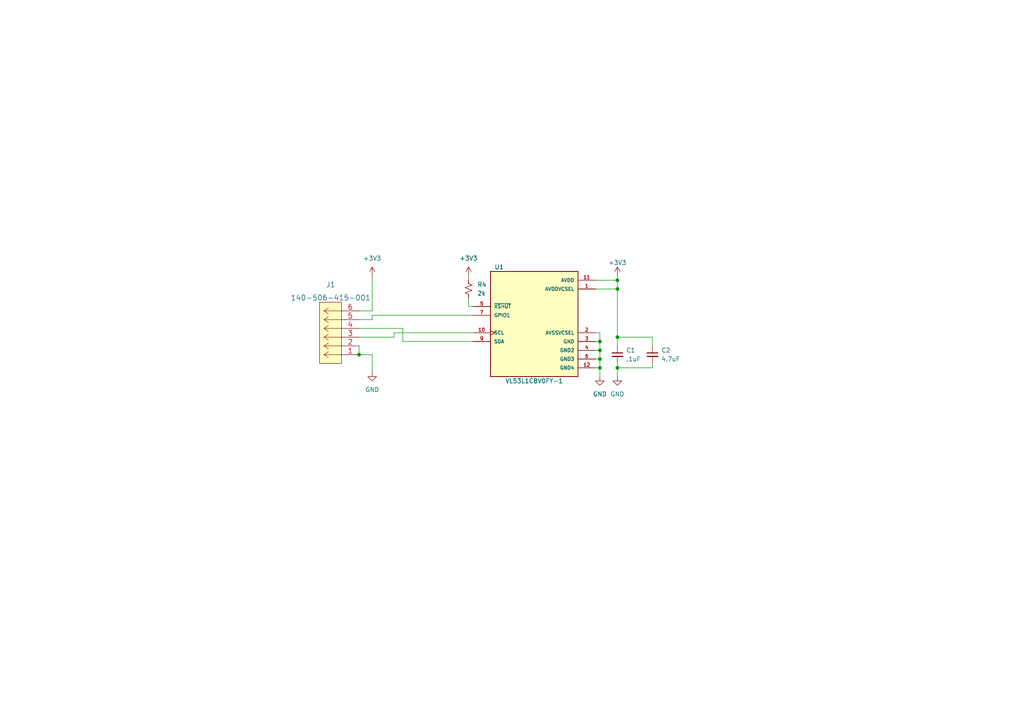
<source format=kicad_sch>
(kicad_sch (version 20211123) (generator eeschema)
  (paper "A4")
  (lib_symbols
    (symbol "Device:C_Small" (pin_numbers hide) (pin_names (offset 0.254) hide)
      (property "Reference" "C" (at 0.254 1.778 0))
      (property "Value" "C_Small" (at 0.254 -2.032 0))
      (symbol "C_Small_0_1"
        (polyline (pts (xy -1.524 -0.508) (xy 1.524 -0.508)) (stroke (width 0.3302)))
        (polyline (pts (xy -1.524 0.508) (xy 1.524 0.508)) (stroke (width 0.3048)))
      )
      (symbol "C_Small_1_1"
        (pin passive line (at 0 2.54 270) (length 2.032) (name "~") (number "1"))
        (pin passive line (at 0 -2.54 90) (length 2.032) (name "~") (number "2"))
      )
    )
    (symbol "Device:R_Small_US" (pin_numbers hide) (pin_names (offset 0.254) hide)
      (property "Reference" "R" (at 0.762 0.508 0))
      (property "Value" "R_Small_US" (at 0.762 -1.016 0))
      (symbol "R_Small_US_1_1"
        (polyline (pts (xy 0 0) (xy 1.016 -0.381) (xy 0 -0.762) (xy -1.016 -1.143) (xy 0 -1.524)))
        (polyline (pts (xy 0 1.524) (xy 1.016 1.143) (xy 0 0.762) (xy -1.016 0.381) (xy 0 0)))
        (pin passive line (at 0 2.54 270) (length 1.016) (name "~") (number "1"))
        (pin passive line (at 0 -2.54 90) (length 1.016) (name "~") (number "2"))
      )
    )
    (symbol "KiCad_Cust:140-506-415-001" (pin_names (offset 0.254) hide)
      (property "Reference" "J" (at 6.35 3.81 0))
      (property "Value" "140-506-415-001" (at 8.89 -16.51 0))
      (symbol "140-506-415-001_0_1"
        (rectangle (start 5.08 2.54) (end 11.43 -15.24) (fill (type background)))
      )
      (symbol "140-506-415-001_1_1"
        (polyline (pts (xy 10.16 -12.7) (xy 5.08 -12.7)) (stroke (width 0.127)))
        (polyline (pts (xy 10.16 -12.7) (xy 8.89 -13.5382)) (stroke (width 0.127)))
        (polyline (pts (xy 10.16 -12.7) (xy 8.89 -11.8618)) (stroke (width 0.127)))
        (polyline (pts (xy 10.16 -10.16) (xy 5.08 -10.16)) (stroke (width 0.127)))
        (polyline (pts (xy 10.16 -10.16) (xy 8.89 -10.9982)) (stroke (width 0.127)))
        (polyline (pts (xy 10.16 -10.16) (xy 8.89 -9.3218)) (stroke (width 0.127)))
        (polyline (pts (xy 10.16 -7.62) (xy 5.08 -7.62)) (stroke (width 0.127)))
        (polyline (pts (xy 10.16 -7.62) (xy 8.89 -8.4582)) (stroke (width 0.127)))
        (polyline (pts (xy 10.16 -7.62) (xy 8.89 -6.7818)) (stroke (width 0.127)))
        (polyline (pts (xy 10.16 -5.08) (xy 5.08 -5.08)) (stroke (width 0.127)))
        (polyline (pts (xy 10.16 -5.08) (xy 8.89 -5.9182)) (stroke (width 0.127)))
        (polyline (pts (xy 10.16 -5.08) (xy 8.89 -4.2418)) (stroke (width 0.127)))
        (polyline (pts (xy 10.16 -2.54) (xy 5.08 -2.54)) (stroke (width 0.127)))
        (polyline (pts (xy 10.16 -2.54) (xy 8.89 -3.3782)) (stroke (width 0.127)))
        (polyline (pts (xy 10.16 -2.54) (xy 8.89 -1.7018)) (stroke (width 0.127)))
        (polyline (pts (xy 10.16 0) (xy 5.08 0)) (stroke (width 0.127)))
        (polyline (pts (xy 10.16 0) (xy 8.89 -0.8382)) (stroke (width 0.127)))
        (polyline (pts (xy 10.16 0) (xy 8.89 0.8382)) (stroke (width 0.127)))
        (pin unspecified line (at 0 0 0) (length 5.08) (name "1") (number "1"))
        (pin unspecified line (at 0 -2.54 0) (length 5.08) (name "2") (number "2"))
        (pin unspecified line (at 0 -5.08 0) (length 5.08) (name "3") (number "3"))
        (pin unspecified line (at 0 -7.62 0) (length 5.08) (name "4") (number "4"))
        (pin unspecified line (at 0 -10.16 0) (length 5.08) (name "5") (number "5"))
        (pin unspecified line (at 0 -12.7 0) (length 5.08) (name "6") (number "6"))
      )
    )
    (symbol "KiCad_Cust:VL53L1CBV0FY-1" (pin_names (offset 1.016))
      (property "Reference" "U" (at -13.208 16.002 0))
      (property "Value" "VL53L1CBV0FY-1" (at -13.081 -18.796 0))
      (symbol "VL53L1CBV0FY-1_0_0"
        (rectangle (start -12.7 -15.24) (end 12.7 15.24) (stroke (width 0.254)) (fill (type background)))
        (pin power_in line (at 17.78 10.16 180) (length 5.08) (name "AVDDVCSEL") (number "1"))
        (pin input clock (at -17.78 -2.54 0) (length 5.08) (name "SCL") (number "10"))
        (pin power_in line (at 17.78 12.7 180) (length 5.08) (name "AVDD") (number "11"))
        (pin power_in line (at 17.78 -12.7 180) (length 5.08) (name "GND4") (number "12"))
        (pin power_in line (at 17.78 -2.54 180) (length 5.08) (name "AVSSVCSEL") (number "2"))
        (pin power_in line (at 17.78 -5.08 180) (length 5.08) (name "GND") (number "3"))
        (pin power_in line (at 17.78 -7.62 180) (length 5.08) (name "GND2") (number "4"))
        (pin input line (at -17.78 5.08 0) (length 5.08) (name "~{XSHUT}") (number "5"))
        (pin power_in line (at 17.78 -10.16 180) (length 5.08) (name "GND3") (number "6"))
        (pin output line (at -17.78 2.54 0) (length 5.08) (name "GPIO1") (number "7"))
        (pin no_connect line (at -15.24 -10.16 0) (length 2.54) hide (name "DNC") (number "8"))
        (pin bidirectional line (at -17.78 -5.08 0) (length 5.08) (name "SDA") (number "9"))
      )
    )
    (symbol "power:+3.3V" (power) (pin_names (offset 0))
      (property "Value" "+3.3V" (at 0 3.556 0))
      (symbol "+3.3V_0_1"
        (polyline (pts (xy -0.762 1.27) (xy 0 2.54)))
        (polyline (pts (xy 0 0) (xy 0 2.54)))
        (polyline (pts (xy 0 2.54) (xy 0.762 1.27)))
      )
      (symbol "+3.3V_1_1"
        (pin power_in line (at 0 0 90) (length 0) hide (name "+3V3") (number "1"))
      )
    )
    (symbol "power:GND" (power) (pin_names (offset 0))
      (property "Value" "GND" (at 0 -3.81 0))
      (symbol "GND_0_1"
        (polyline (pts (xy 0 0) (xy 0 -1.27) (xy 1.27 -1.27) (xy 0 -2.54) (xy -1.27 -1.27) (xy 0 -1.27)))
      )
      (symbol "GND_1_1"
        (pin power_in line (at 0 0 270) (length 0) hide (name "GND") (number "1"))
      )
    )
  )
  (junction (at 179.07 97.79))
  (junction (at 173.99 104.14))
  (junction (at 179.07 83.82))
  (junction (at 173.99 106.68))
  (junction (at 173.99 101.6))
  (junction (at 173.99 99.06))
  (junction (at 104.14 102.87))
  (junction (at 179.07 81.28))
  (junction (at 179.07 106.68))
  (wire (pts (xy 189.23 105.41) (xy 189.23 106.68)))
  (wire (pts (xy 114.3 97.79) (xy 104.14 97.79)))
  (wire (pts (xy 137.16 96.52) (xy 114.3 96.52)))
  (wire (pts (xy 179.07 97.79) (xy 179.07 100.33)))
  (wire (pts (xy 135.89 86.36) (xy 135.89 88.9)))
  (wire (pts (xy 114.3 96.52) (xy 114.3 97.79)))
  (wire (pts (xy 104.14 100.33) (xy 104.14 102.87)))
  (wire (pts (xy 179.07 105.41) (xy 179.07 106.68)))
  (wire (pts (xy 137.16 99.06) (xy 116.84 99.06)))
  (wire (pts (xy 107.95 90.17) (xy 104.14 90.17)))
  (wire (pts (xy 172.72 101.6) (xy 173.99 101.6)))
  (wire (pts (xy 189.23 97.79) (xy 189.23 100.33)))
  (wire (pts (xy 104.14 102.87) (xy 107.95 102.87)))
  (wire (pts (xy 107.95 102.87) (xy 107.95 107.95)))
  (wire (pts (xy 116.84 99.06) (xy 116.84 95.25)))
  (wire (pts (xy 107.95 80.01) (xy 107.95 90.17)))
  (wire (pts (xy 172.72 96.52) (xy 173.99 96.52)))
  (wire (pts (xy 179.07 97.79) (xy 189.23 97.79)))
  (wire (pts (xy 189.23 106.68) (xy 179.07 106.68)))
  (wire (pts (xy 179.07 80.01) (xy 179.07 81.28)))
  (wire (pts (xy 173.99 96.52) (xy 173.99 99.06)))
  (wire (pts (xy 172.72 104.14) (xy 173.99 104.14)))
  (wire (pts (xy 179.07 81.28) (xy 179.07 83.82)))
  (wire (pts (xy 173.99 106.68) (xy 173.99 104.14)))
  (wire (pts (xy 135.89 88.9) (xy 137.16 88.9)))
  (wire (pts (xy 172.72 83.82) (xy 179.07 83.82)))
  (wire (pts (xy 104.14 95.25) (xy 116.84 95.25)))
  (wire (pts (xy 172.72 81.28) (xy 179.07 81.28)))
  (wire (pts (xy 172.72 106.68) (xy 173.99 106.68)))
  (wire (pts (xy 107.95 91.44) (xy 107.95 92.71)))
  (wire (pts (xy 173.99 99.06) (xy 172.72 99.06)))
  (wire (pts (xy 107.95 91.44) (xy 137.16 91.44)))
  (wire (pts (xy 173.99 101.6) (xy 173.99 99.06)))
  (wire (pts (xy 179.07 106.68) (xy 179.07 109.22)))
  (wire (pts (xy 173.99 109.22) (xy 173.99 106.68)))
  (wire (pts (xy 173.99 104.14) (xy 173.99 101.6)))
  (wire (pts (xy 179.07 83.82) (xy 179.07 97.79)))
  (wire (pts (xy 135.89 80.01) (xy 135.89 81.28)))
  (wire (pts (xy 107.95 92.71) (xy 104.14 92.71)))
  (symbol (lib_id "Device:C_Small") (at 189.23 102.87 0) (unit 1)
    (property "Reference" "C2" (at 191.77 101.6062 0) (effects (justify left)))
    (property "Value" "4.7uF" (at 191.77 104.1462 0) (effects (justify left)))
    (property "Footprint" "Resistor_SMD:R_0805_2012Metric" (effects hide))
  )
  (symbol (lib_id "Device:C_Small") (at 179.07 102.87 0) (unit 1)
    (property "Reference" "C1" (at 181.61 101.6062 0) (effects (justify left)))
    (property "Value" ".1uF" (at 181.61 104.1462 0) (effects (justify left)))
    (property "Footprint" "Resistor_SMD:R_0805_2012Metric" (effects hide))
  )
  (symbol (lib_id "power:+3.3V") (at 179.07 80.01 0) (unit 1)
    (property "Reference" "#PWR06" (effects hide))
    (property "Value" "+3.3V" (at 179.07 76.2 0))
  )
  (symbol (lib_id "KiCad_Cust:140-506-415-001") (at 104.14 102.87 180) (unit 1)
    (property "Reference" "J1" (at 95.9167 82.55 0) (effects (font (size 1.524 1.524))))
    (property "Value" "140-506-415-001" (at 95.9167 86.36 0) (effects (font (size 1.524 1.524))))
    (property "Footprint" "KiCad_Cust:140-506-415-001" (effects hide))
    (property "Datasheet" "https://files.edac.net/edac/content/series/og/English/EDAC%20140%20Series%20Standard%20(non%20WP)%20W-WW-B%20English%20Ordering%20Guide.pdf" (effects hide))
    (property "Mates with" "140-506-210-011" (effects hide))
    (property "Crimp Connectors" "140-941-290" (effects hide))
  )
  (symbol (lib_id "power:GND") (at 107.95 107.95 0) (unit 1)
    (property "Reference" "#PWR0102" (effects hide))
    (property "Value" "GND" (at 107.95 113.03 0))
  )
  (symbol (lib_id "power:+3.3V") (at 135.89 80.01 0) (unit 1)
    (property "Reference" "#PWR0103" (effects hide))
    (property "Value" "+3.3V" (at 135.89 74.93 0))
  )
  (symbol (lib_id "power:+3.3V") (at 107.95 80.01 0) (unit 1)
    (property "Reference" "#PWR0101" (effects hide))
    (property "Value" "+3.3V" (at 107.95 74.93 0))
  )
  (symbol (lib_id "power:GND") (at 179.07 109.22 0) (unit 1)
    (property "Reference" "#PWR07" (effects hide))
    (property "Value" "GND" (at 179.07 114.3 0))
  )
  (symbol (lib_id "power:GND") (at 173.99 109.22 0) (unit 1)
    (property "Reference" "#PWR05" (effects hide))
    (property "Value" "GND" (at 173.99 114.3 0))
  )
  (symbol (lib_id "Device:R_Small_US") (at 135.89 83.82 0) (unit 1)
    (property "Reference" "R4" (at 138.43 82.5499 0) (effects (justify left)))
    (property "Value" "2k" (at 138.43 85.0899 0) (effects (justify left)))
    (property "Footprint" "Resistor_SMD:R_0805_2012Metric" (effects hide))
  )
  (symbol (lib_id "KiCad_Cust:VL53L1CBV0FY-1") (at 154.94 93.98 0) (unit 1)
    (property "Reference" "U1" (at 144.78 77.47 0))
    (property "Value" "VL53L1CBV0FY-1" (at 154.94 110.49 0))
    (property "Footprint" "KiCad_Cust:XDCR_VL53L1CBV0FY-1" (effects hide))
    (property "Datasheet" "https://www.st.com/resource/en/datasheet/vl53l1.pdf" (effects hide))
    (property "MANUFACTURER" "ST Microelectronics" (effects hide))
    (property "PARTREV" "3" (effects hide))
    (property "STANDARD" "Manufacturer Recommendations" (effects hide))
    (property "MAXIMUM_PACKAGE_HEIGHT" "1.6mm" (effects hide))
  )
)
</source>
